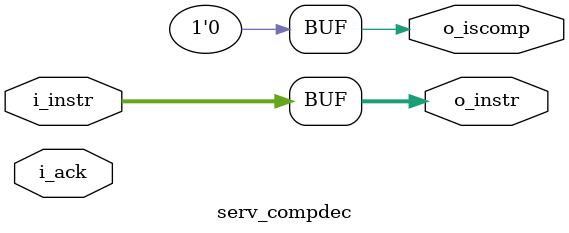
<source format=v>
module serv_compdec 
#(parameter COMPRESSED=0)
(
  input  wire [31:0] i_instr,
  input wire i_ack,
  output wire [31:0] o_instr,
  output wire o_iscomp
);

  localparam OPCODE_LOAD     = 7'h03;
  localparam OPCODE_OP_IMM   = 7'h13;
  localparam OPCODE_STORE    = 7'h23;
  localparam OPCODE_OP       = 7'h33;
  localparam OPCODE_LUI      = 7'h37;
  localparam OPCODE_BRANCH   = 7'h63;
  localparam OPCODE_JALR     = 7'h67;
  localparam OPCODE_JAL      = 7'h6f;

  generate 
    if(COMPRESSED) begin  
      reg  [31:0] comp_instr;
      reg  illegal_instr;
      ////////////////////////
      // Compressed decoder //
      ////////////////////////

      always @ (*) begin
        // By default, forward incoming instruction, mark it as legal.
        comp_instr    = i_instr;
        illegal_instr = 1'b0;

        // Check if incoming instruction is compressed.
        case (i_instr[1:0])
          // C0
          2'b00: begin
            case (i_instr[15:14])
              2'b00: begin
                // c.addi4spn -> addi rd', x2, imm
                comp_instr = {2'b0, i_instr[10:7], i_instr[12:11], i_instr[5],
                          i_instr[6], 2'b00, 5'h02, 3'b000, 2'b01, i_instr[4:2], {OPCODE_OP_IMM}};
              end

              2'b01: begin
                // c.lw -> lw rd', imm(rs1')
                comp_instr = {5'b0, i_instr[5], i_instr[12:10], i_instr[6],
                          2'b00, 2'b01, i_instr[9:7], 3'b010, 2'b01, i_instr[4:2], {OPCODE_LOAD}};
              end

              2'b11: begin
                // c.sw -> sw rs2', imm(rs1')
                comp_instr = {5'b0, i_instr[5], i_instr[12], 2'b01, i_instr[4:2],
                          2'b01, i_instr[9:7], 3'b010, i_instr[11:10], i_instr[6],
                          2'b00, {OPCODE_STORE}};
              end

              2'b10: begin
                illegal_instr = 1'b1;
              end

            endcase
          end

          // C1
          
          // Register address checks for RV32E are performed in the regular instruction decoder.
          // If this check fails, an illegal instruction exception is triggered and the controller
          // writes the actual faulting instruction to mtval.
          2'b01: begin
            case (i_instr[15:13])
              3'b000: begin
                // c.addi -> addi rd, rd, nzimm
                // c.nop
                comp_instr = {{6 {i_instr[12]}}, i_instr[12], i_instr[6:2],
                          i_instr[11:7], 3'b0, i_instr[11:7], {OPCODE_OP_IMM}};
              end

              3'b001, 3'b101: begin
                // 001: c.jal -> jal x1, imm
                // 101: c.j   -> jal x0, imm
                comp_instr = {i_instr[12], i_instr[8], i_instr[10:9], i_instr[6],
                          i_instr[7], i_instr[2], i_instr[11], i_instr[5:3],
                          {9 {i_instr[12]}}, 4'b0, ~i_instr[15], {OPCODE_JAL}};
              end

              3'b010: begin
                // c.li -> addi rd, x0, nzimm
                // (c.li hints are translated into an addi hint)
                comp_instr = {{6 {i_instr[12]}}, i_instr[12], i_instr[6:2], 5'b0,
                          3'b0, i_instr[11:7], {OPCODE_OP_IMM}};
              end

              3'b011: begin
                // c.lui -> lui rd, imm
                // (c.lui hints are translated into a lui hint)
                comp_instr = {{15 {i_instr[12]}}, i_instr[6:2], i_instr[11:7], {OPCODE_LUI}};

                if (i_instr[11:7] == 5'h02) begin
                  // c.addi16sp -> addi x2, x2, nzimm
                  comp_instr = {{3 {i_instr[12]}}, i_instr[4:3], i_instr[5], i_instr[2],
                            i_instr[6], 4'b0, 5'h02, 3'b000, 5'h02, {OPCODE_OP_IMM}};
                end

              end

              3'b100: begin
                case (i_instr[11:10])
                  2'b00,
                  2'b01: begin
                    // 00: c.srli -> srli rd, rd, shamt
                    // 01: c.srai -> srai rd, rd, shamt
                    // (c.srli/c.srai hints are translated into a srli/srai hint)
                    comp_instr = {1'b0, i_instr[10], 5'b0, i_instr[6:2], 2'b01, i_instr[9:7],
                              3'b101, 2'b01, i_instr[9:7], {OPCODE_OP_IMM}};
                  end

                  2'b10: begin
                    // c.andi -> andi rd, rd, imm
                    comp_instr = {{6 {i_instr[12]}}, i_instr[12], i_instr[6:2], 2'b01, i_instr[9:7],
                              3'b111, 2'b01, i_instr[9:7], {OPCODE_OP_IMM}};
                  end

                  2'b11: begin
                    case (i_instr[6:5])
                      2'b00: begin
                        // c.sub -> sub rd', rd', rs2'
                        comp_instr = {2'b01, 5'b0, 2'b01, i_instr[4:2], 2'b01, i_instr[9:7],
                                  3'b000, 2'b01, i_instr[9:7], {OPCODE_OP}};
                      end

                      2'b01: begin
                        // c.xor -> xor rd', rd', rs2'
                        comp_instr = {7'b0, 2'b01, i_instr[4:2], 2'b01, i_instr[9:7], 3'b100,
                                  2'b01, i_instr[9:7], {OPCODE_OP}};
                      end

                      2'b10: begin
                        // c.or  -> or  rd', rd', rs2'
                        comp_instr = {7'b0, 2'b01, i_instr[4:2], 2'b01, i_instr[9:7], 3'b110,
                                  2'b01, i_instr[9:7], {OPCODE_OP}};
                      end

                      2'b11: begin
                        // c.and -> and rd', rd', rs2'
                        comp_instr = {7'b0, 2'b01, i_instr[4:2], 2'b01, i_instr[9:7], 3'b111,
                                  2'b01, i_instr[9:7], {OPCODE_OP}};
                      end
                    endcase
                  end
                endcase
              end

              3'b110, 3'b111: begin
                // 0: c.beqz -> beq rs1', x0, imm
                // 1: c.bnez -> bne rs1', x0, imm
                comp_instr = {{4 {i_instr[12]}}, i_instr[6:5], i_instr[2], 5'b0, 2'b01,
                          i_instr[9:7], 2'b00, i_instr[13], i_instr[11:10], i_instr[4:3],
                          i_instr[12], {OPCODE_BRANCH}};
              end
            endcase
          end

          // C2

          // Register address checks for RV32E are performed in the regular instruction decoder.
          // If this check fails, an illegal instruction exception is triggered and the controller
          // writes the actual faulting instruction to mtval.
          2'b10: begin
            case (i_instr[15:14])
              2'b00: begin
                // c.slli -> slli rd, rd, shamt
                // (c.ssli hints are translated into a slli hint)
                comp_instr = {7'b0, i_instr[6:2], i_instr[11:7], 3'b001, i_instr[11:7], {OPCODE_OP_IMM}};
              end

              2'b01: begin
                // c.lwsp -> lw rd, imm(x2)
                comp_instr = {4'b0, i_instr[3:2], i_instr[12], i_instr[6:4], 2'b00, 5'h02,
                          3'b010, i_instr[11:7], OPCODE_LOAD};
              end

              2'b10: begin
                if (i_instr[12] == 1'b0) begin
                  if (i_instr[6:2] != 5'b0) begin
                    // c.mv -> add rd/rs1, x0, rs2
                    // (c.mv hints are translated into an add hint)
                    comp_instr = {7'b0, i_instr[6:2], 5'b0, 3'b0, i_instr[11:7], {OPCODE_OP}};
                  end else begin
                    // c.jr -> jalr x0, rd/rs1, 0
                    comp_instr = {12'b0, i_instr[11:7], 3'b0, 5'b0, {OPCODE_JALR}};
                  end
                end else begin
                  if (i_instr[6:2] != 5'b0) begin
                    // c.add -> add rd, rd, rs2
                    // (c.add hints are translated into an add hint)
                    comp_instr = {7'b0, i_instr[6:2], i_instr[11:7], 3'b0, i_instr[11:7], {OPCODE_OP}};
                  end else begin
                    if (i_instr[11:7] == 5'b0) begin
                      // c.ebreak -> ebreak
                      comp_instr = {32'h00_10_00_73};
                    end else begin
                      // c.jalr -> jalr x1, rs1, 0
                      comp_instr = {12'b0, i_instr[11:7], 3'b000, 5'b00001, {OPCODE_JALR}};
                    end
                  end
                end
              end

              2'b11: begin
                // c.swsp -> sw rs2, imm(x2)
                comp_instr = {4'b0, i_instr[8:7], i_instr[12], i_instr[6:2], 5'h02, 3'b010,
                          i_instr[11:9], 2'b00, {OPCODE_STORE}};
              end
            endcase
          end

          // Incoming instruction is not compressed.
          2'b11: illegal_instr = 1'b1;

        endcase
      end
      reg comp1; 
      always @(negedge i_ack) begin
        if(illegal_instr)
          comp1 = 0;
        else
          comp1 = 1;    
      end

      assign o_instr = illegal_instr ? i_instr : comp_instr;
      assign o_iscomp = comp1;

    end else begin
      assign o_instr =  i_instr;
      assign o_iscomp = 1'b0;
    end
  endgenerate

endmodule
</source>
